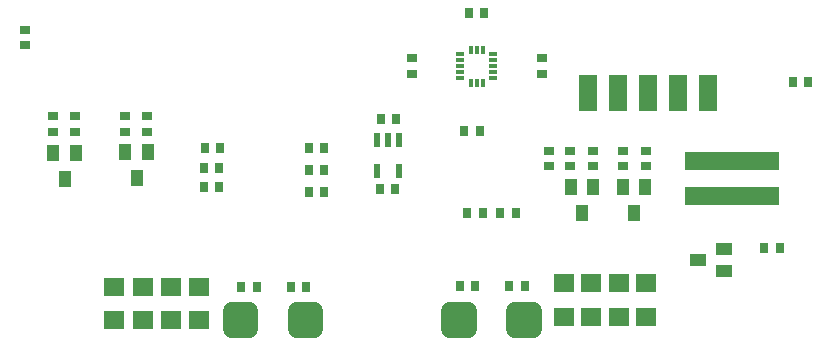
<source format=gbr>
G04 EAGLE Gerber RS-274X export*
G75*
%MOMM*%
%FSLAX34Y34*%
%LPD*%
%INSolderpaste Bottom*%
%IPPOS*%
%AMOC8*
5,1,8,0,0,1.08239X$1,22.5*%
G01*
%ADD10R,0.900000X0.700000*%
%ADD11R,0.700000X0.900000*%
%ADD12C,1.500000*%
%ADD13R,1.400000X1.000000*%
%ADD14R,8.000000X1.500000*%
%ADD15R,0.700000X0.300000*%
%ADD16R,0.300000X0.700000*%
%ADD17R,1.000000X1.400000*%
%ADD18R,1.524000X3.048000*%
%ADD19R,0.550000X1.200000*%
%ADD20R,1.803000X1.600000*%


D10*
X97600Y265700D03*
X97600Y252700D03*
D11*
X760600Y221700D03*
X747600Y221700D03*
D12*
X342500Y27500D02*
X342500Y12500D01*
X327500Y12500D01*
X327500Y27500D01*
X342500Y27500D01*
X342500Y26750D02*
X327500Y26750D01*
X287500Y27500D02*
X287500Y12500D01*
X272500Y12500D01*
X272500Y27500D01*
X287500Y27500D01*
X287500Y26750D02*
X272500Y26750D01*
X527500Y27500D02*
X527500Y12500D01*
X512500Y12500D01*
X512500Y27500D01*
X527500Y27500D01*
X527500Y26750D02*
X512500Y26750D01*
X472500Y27500D02*
X472500Y12500D01*
X457500Y12500D01*
X457500Y27500D01*
X472500Y27500D01*
X472500Y26750D02*
X457500Y26750D01*
D11*
X322500Y48000D03*
X335500Y48000D03*
X507500Y49000D03*
X520500Y49000D03*
X293500Y48000D03*
X280500Y48000D03*
X478500Y49000D03*
X465500Y49000D03*
D13*
X667000Y71000D03*
X689000Y61500D03*
X689000Y80500D03*
D11*
X723500Y81000D03*
X736500Y81000D03*
D14*
X696000Y155000D03*
X696000Y125000D03*
D15*
X494000Y245000D03*
X494000Y240000D03*
X494000Y235000D03*
X494000Y230000D03*
X494000Y225000D03*
X466000Y245000D03*
X466000Y240000D03*
X466000Y235000D03*
X466000Y230000D03*
X466000Y225000D03*
D16*
X480000Y221000D03*
X485000Y221000D03*
X475000Y221000D03*
X480000Y249000D03*
X485000Y249000D03*
X475000Y249000D03*
D10*
X425000Y241500D03*
X425000Y228500D03*
D11*
X469500Y180000D03*
X482500Y180000D03*
D10*
X535000Y228500D03*
X535000Y241500D03*
D11*
X486500Y280000D03*
X473500Y280000D03*
D17*
X131000Y139000D03*
X140500Y161000D03*
X121500Y161000D03*
D10*
X140000Y192500D03*
X140000Y179500D03*
X121000Y192500D03*
X121000Y179500D03*
D17*
X192000Y140000D03*
X201500Y162000D03*
X182500Y162000D03*
D10*
X201000Y192500D03*
X201000Y179500D03*
X182000Y192500D03*
X182000Y179500D03*
D18*
X675800Y211850D03*
X650400Y211850D03*
X625000Y211850D03*
X599600Y211850D03*
X574200Y211850D03*
D19*
X395500Y172001D03*
X405000Y172001D03*
X414500Y172001D03*
X414500Y145999D03*
X395500Y145999D03*
D17*
X569000Y111000D03*
X578500Y133000D03*
X559500Y133000D03*
D10*
X578000Y150000D03*
X578000Y163000D03*
X559000Y150000D03*
X559000Y163000D03*
D17*
X613000Y111000D03*
X622500Y133000D03*
X603500Y133000D03*
D10*
X623000Y150000D03*
X623000Y163000D03*
X604000Y150000D03*
X604000Y163000D03*
D11*
X412000Y190000D03*
X399000Y190000D03*
X398000Y131000D03*
X411000Y131000D03*
X472000Y111000D03*
X485000Y111000D03*
X513000Y111000D03*
X500000Y111000D03*
D10*
X541000Y150000D03*
X541000Y163000D03*
D11*
X263000Y166000D03*
X250000Y166000D03*
X338000Y166000D03*
X351000Y166000D03*
X338000Y147000D03*
X351000Y147000D03*
X338000Y128000D03*
X351000Y128000D03*
X262000Y149000D03*
X249000Y149000D03*
X262000Y133000D03*
X249000Y133000D03*
D20*
X173000Y19780D03*
X173000Y48220D03*
X197000Y19780D03*
X197000Y48220D03*
X221000Y19780D03*
X221000Y48220D03*
X245000Y19780D03*
X245000Y48220D03*
X554000Y22780D03*
X554000Y51220D03*
X577000Y22780D03*
X577000Y51220D03*
X600000Y22780D03*
X600000Y51220D03*
X623000Y22780D03*
X623000Y51220D03*
M02*

</source>
